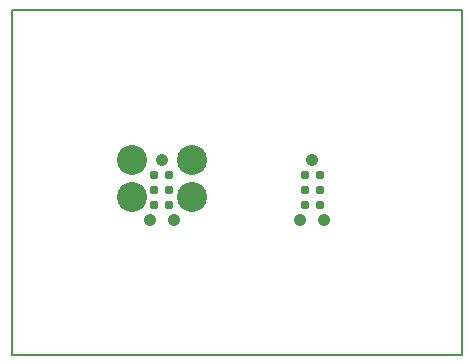
<source format=gbr>
%FSLAX23Y23*%
%MOIN*%
G04 EasyPC Gerber Version 13.0.2 Build 2807 *
%ADD10C,0.00500*%
%ADD137C,0.03100*%
%ADD135C,0.04200*%
%ADD136C,0.10000*%
X0Y0D02*
D02*
D10*
X3Y3D02*
X1503D01*
Y1153*
X3*
Y3*
D02*
D135*
X463Y453D03*
X502Y653D03*
X543Y453D03*
X963D03*
X1002Y653D03*
X1043Y453D03*
D02*
D136*
X403Y527D03*
Y653D03*
X603Y527D03*
Y653D03*
D02*
D137*
X477Y502D03*
Y553D03*
Y603D03*
X527Y502D03*
Y553D03*
Y603D03*
X978Y502D03*
Y553D03*
Y603D03*
X1028Y502D03*
Y553D03*
Y603D03*
X0Y0D02*
M02*

</source>
